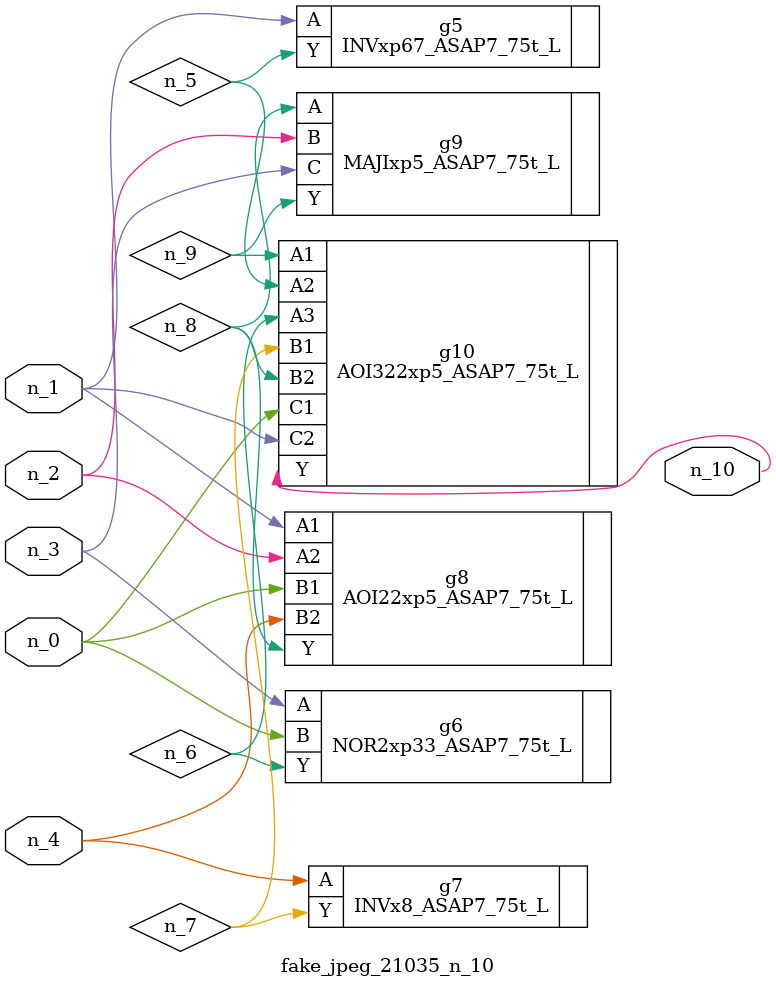
<source format=v>
module fake_jpeg_21035_n_10 (n_3, n_2, n_1, n_0, n_4, n_10);

input n_3;
input n_2;
input n_1;
input n_0;
input n_4;

output n_10;

wire n_8;
wire n_9;
wire n_6;
wire n_5;
wire n_7;

INVxp67_ASAP7_75t_L g5 ( 
.A(n_1),
.Y(n_5)
);

NOR2xp33_ASAP7_75t_L g6 ( 
.A(n_3),
.B(n_0),
.Y(n_6)
);

INVx8_ASAP7_75t_L g7 ( 
.A(n_4),
.Y(n_7)
);

AOI22xp5_ASAP7_75t_L g8 ( 
.A1(n_1),
.A2(n_2),
.B1(n_0),
.B2(n_4),
.Y(n_8)
);

MAJIxp5_ASAP7_75t_L g9 ( 
.A(n_8),
.B(n_2),
.C(n_3),
.Y(n_9)
);

AOI322xp5_ASAP7_75t_L g10 ( 
.A1(n_9),
.A2(n_5),
.A3(n_6),
.B1(n_7),
.B2(n_8),
.C1(n_0),
.C2(n_1),
.Y(n_10)
);


endmodule
</source>
